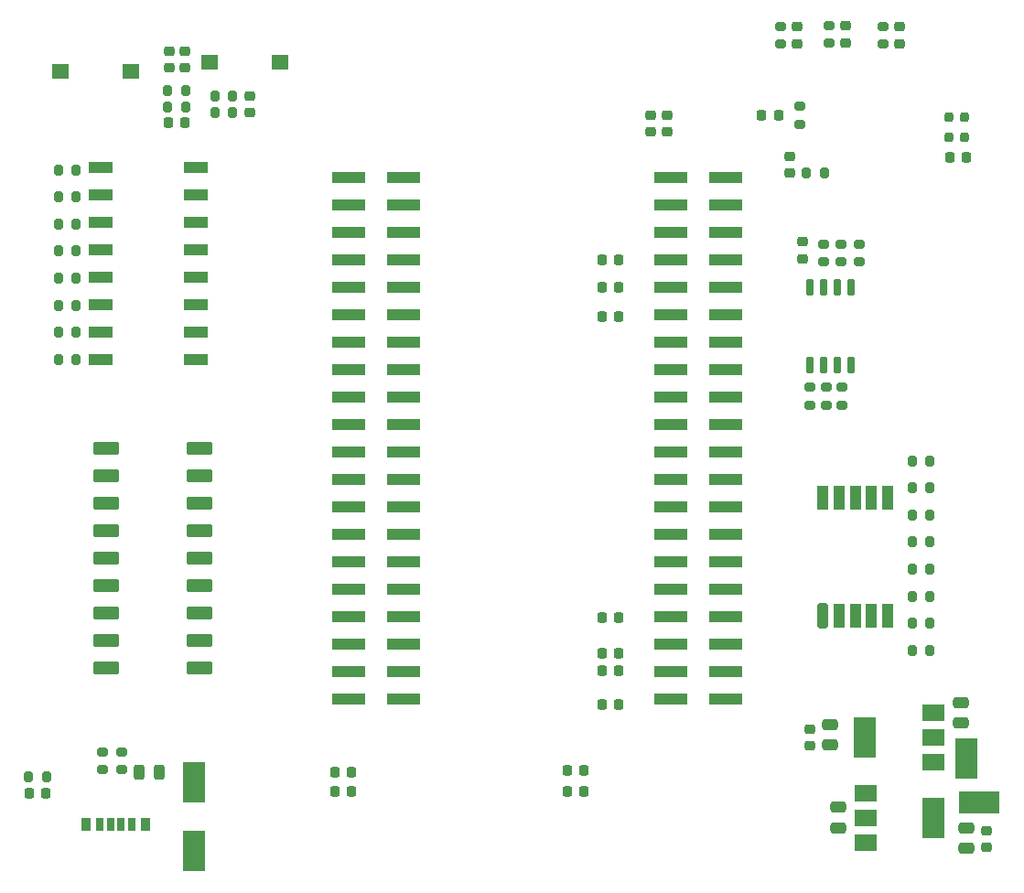
<source format=gbr>
G04 #@! TF.GenerationSoftware,KiCad,Pcbnew,7.0.9-7.0.9~ubuntu22.04.1*
G04 #@! TF.CreationDate,2023-12-06T12:24:42-05:00*
G04 #@! TF.ProjectId,mpw-mb1,6d70772d-6d62-4312-9e6b-696361645f70,2.2.5*
G04 #@! TF.SameCoordinates,PX35e1f20PY8044ea0*
G04 #@! TF.FileFunction,Paste,Top*
G04 #@! TF.FilePolarity,Positive*
%FSLAX46Y46*%
G04 Gerber Fmt 4.6, Leading zero omitted, Abs format (unit mm)*
G04 Created by KiCad (PCBNEW 7.0.9-7.0.9~ubuntu22.04.1) date 2023-12-06 12:24:42*
%MOMM*%
%LPD*%
G01*
G04 APERTURE LIST*
G04 Aperture macros list*
%AMRoundRect*
0 Rectangle with rounded corners*
0 $1 Rounding radius*
0 $2 $3 $4 $5 $6 $7 $8 $9 X,Y pos of 4 corners*
0 Add a 4 corners polygon primitive as box body*
4,1,4,$2,$3,$4,$5,$6,$7,$8,$9,$2,$3,0*
0 Add four circle primitives for the rounded corners*
1,1,$1+$1,$2,$3*
1,1,$1+$1,$4,$5*
1,1,$1+$1,$6,$7*
1,1,$1+$1,$8,$9*
0 Add four rect primitives between the rounded corners*
20,1,$1+$1,$2,$3,$4,$5,0*
20,1,$1+$1,$4,$5,$6,$7,0*
20,1,$1+$1,$6,$7,$8,$9,0*
20,1,$1+$1,$8,$9,$2,$3,0*%
G04 Aperture macros list end*
%ADD10R,2.200000X1.100000*%
%ADD11RoundRect,0.113000X1.107000X0.452000X-1.107000X0.452000X-1.107000X-0.452000X1.107000X-0.452000X0*%
%ADD12RoundRect,0.200000X-0.275000X0.200000X-0.275000X-0.200000X0.275000X-0.200000X0.275000X0.200000X0*%
%ADD13RoundRect,0.225000X0.250000X-0.225000X0.250000X0.225000X-0.250000X0.225000X-0.250000X-0.225000X0*%
%ADD14RoundRect,0.200000X0.275000X-0.200000X0.275000X0.200000X-0.275000X0.200000X-0.275000X-0.200000X0*%
%ADD15RoundRect,0.225000X-0.225000X-0.250000X0.225000X-0.250000X0.225000X0.250000X-0.225000X0.250000X0*%
%ADD16RoundRect,0.250000X0.475000X-0.250000X0.475000X0.250000X-0.475000X0.250000X-0.475000X-0.250000X0*%
%ADD17RoundRect,0.200000X-0.200000X-0.275000X0.200000X-0.275000X0.200000X0.275000X-0.200000X0.275000X0*%
%ADD18RoundRect,0.250000X-0.475000X0.250000X-0.475000X-0.250000X0.475000X-0.250000X0.475000X0.250000X0*%
%ADD19RoundRect,0.150000X0.150000X-0.650000X0.150000X0.650000X-0.150000X0.650000X-0.150000X-0.650000X0*%
%ADD20RoundRect,0.225000X0.225000X0.250000X-0.225000X0.250000X-0.225000X-0.250000X0.225000X-0.250000X0*%
%ADD21RoundRect,0.200000X0.200000X0.275000X-0.200000X0.275000X-0.200000X-0.275000X0.200000X-0.275000X0*%
%ADD22RoundRect,0.225000X-0.250000X0.225000X-0.250000X-0.225000X0.250000X-0.225000X0.250000X0.225000X0*%
%ADD23R,1.500000X1.400000*%
%ADD24R,3.800000X2.000000*%
%ADD25RoundRect,0.200000X0.300000X-0.950000X0.300000X0.950000X-0.300000X0.950000X-0.300000X-0.950000X0*%
%ADD26R,1.000000X2.300000*%
%ADD27R,2.000000X3.800000*%
%ADD28RoundRect,0.243750X-0.243750X-0.456250X0.243750X-0.456250X0.243750X0.456250X-0.243750X0.456250X0*%
%ADD29RoundRect,0.200000X0.200000X0.250000X-0.200000X0.250000X-0.200000X-0.250000X0.200000X-0.250000X0*%
%ADD30R,2.000000X1.500000*%
%ADD31R,3.150000X1.000000*%
%ADD32RoundRect,0.218750X0.256250X-0.218750X0.256250X0.218750X-0.256250X0.218750X-0.256250X-0.218750X0*%
%ADD33R,0.700000X1.150000*%
%ADD34R,0.800000X1.150000*%
%ADD35R,0.900000X1.150000*%
%ADD36RoundRect,0.218750X-0.218750X-0.256250X0.218750X-0.256250X0.218750X0.256250X-0.218750X0.256250X0*%
G04 APERTURE END LIST*
D10*
G04 #@! TO.C,SW4*
X20900000Y66190000D03*
X20900000Y63650000D03*
X20900000Y61110000D03*
X20900000Y58570000D03*
X20900000Y56030000D03*
X20900000Y53490000D03*
X20900000Y50950000D03*
X20900000Y48410000D03*
X12100000Y48410000D03*
X12100000Y50950000D03*
X12100000Y53490000D03*
X12100000Y56030000D03*
X12100000Y58570000D03*
X12100000Y61110000D03*
X12100000Y63650000D03*
X12100000Y66190000D03*
G04 #@! TD*
D11*
G04 #@! TO.C,SW2*
X21200000Y19840000D03*
X21200000Y22380000D03*
X21200000Y24920000D03*
X21200000Y27460000D03*
X21200000Y30000000D03*
X21200000Y32540000D03*
X21200000Y35080000D03*
X21200000Y37620000D03*
X21200000Y40160000D03*
X12600000Y40160000D03*
X12600000Y37620000D03*
X12600000Y35080000D03*
X12600000Y32540000D03*
X12600000Y30000000D03*
X12600000Y27460000D03*
X12600000Y24920000D03*
X12600000Y22380000D03*
X12600000Y19840000D03*
G04 #@! TD*
D12*
G04 #@! TO.C,R13*
X80600000Y59075000D03*
X80600000Y57425000D03*
G04 #@! TD*
D13*
G04 #@! TO.C,C19*
X62960000Y69475000D03*
X62960000Y71025000D03*
G04 #@! TD*
D14*
G04 #@! TO.C,R22*
X84485000Y77575000D03*
X84485000Y79225000D03*
G04 #@! TD*
D15*
G04 #@! TO.C,C21*
X58475000Y55040000D03*
X60025000Y55040000D03*
G04 #@! TD*
D14*
G04 #@! TO.C,R14*
X14070000Y10425000D03*
X14070000Y12075000D03*
G04 #@! TD*
D16*
G04 #@! TO.C,C8*
X80300000Y5050000D03*
X80300000Y6950000D03*
G04 #@! TD*
D17*
G04 #@! TO.C,R5*
X8175000Y58430000D03*
X9825000Y58430000D03*
G04 #@! TD*
D18*
G04 #@! TO.C,C9*
X91700000Y16650000D03*
X91700000Y14750000D03*
G04 #@! TD*
D17*
G04 #@! TO.C,R10*
X22650000Y71287500D03*
X24300000Y71287500D03*
G04 #@! TD*
G04 #@! TO.C,R1*
X8175000Y48390000D03*
X9825000Y48390000D03*
G04 #@! TD*
D15*
G04 #@! TO.C,C22*
X58475000Y19640000D03*
X60025000Y19640000D03*
G04 #@! TD*
D14*
G04 #@! TO.C,R16*
X80700000Y44175000D03*
X80700000Y45825000D03*
G04 #@! TD*
G04 #@! TO.C,R25*
X74985000Y77575000D03*
X74985000Y79225000D03*
G04 #@! TD*
G04 #@! TO.C,R19*
X79200000Y44175000D03*
X79200000Y45825000D03*
G04 #@! TD*
D19*
G04 #@! TO.C,U1*
X77695000Y47900000D03*
X78965000Y47900000D03*
X80235000Y47900000D03*
X81505000Y47900000D03*
X81505000Y55100000D03*
X80235000Y55100000D03*
X78965000Y55100000D03*
X77695000Y55100000D03*
G04 #@! TD*
D17*
G04 #@! TO.C,R9*
X8175000Y65960000D03*
X9825000Y65960000D03*
G04 #@! TD*
D13*
G04 #@! TO.C,C14*
X19900000Y75400000D03*
X19900000Y76950000D03*
G04 #@! TD*
D20*
G04 #@! TO.C,C2*
X35275000Y8400000D03*
X33725000Y8400000D03*
G04 #@! TD*
D21*
G04 #@! TO.C,R28*
X88825000Y34017142D03*
X87175000Y34017142D03*
G04 #@! TD*
G04 #@! TO.C,R26*
X88825000Y39028570D03*
X87175000Y39028570D03*
G04 #@! TD*
D22*
G04 #@! TO.C,C27*
X75800000Y67175000D03*
X75800000Y65625000D03*
G04 #@! TD*
D17*
G04 #@! TO.C,R3*
X8175000Y53410000D03*
X9825000Y53410000D03*
G04 #@! TD*
D15*
G04 #@! TO.C,C7*
X18325000Y70300000D03*
X19875000Y70300000D03*
G04 #@! TD*
D12*
G04 #@! TO.C,R18*
X82300000Y59075000D03*
X82300000Y57425000D03*
G04 #@! TD*
D20*
G04 #@! TO.C,C16*
X60025000Y21250000D03*
X58475000Y21250000D03*
G04 #@! TD*
D23*
G04 #@! TO.C,SW3*
X8350000Y75100000D03*
X14850000Y75100000D03*
G04 #@! TD*
D12*
G04 #@! TO.C,R17*
X79000000Y59075000D03*
X79000000Y57425000D03*
G04 #@! TD*
D21*
G04 #@! TO.C,R21*
X19925000Y71800000D03*
X18275000Y71800000D03*
G04 #@! TD*
D20*
G04 #@! TO.C,C5*
X92175000Y67100000D03*
X90625000Y67100000D03*
G04 #@! TD*
D24*
G04 #@! TO.C,TP7*
X93400000Y7400000D03*
G04 #@! TD*
D22*
G04 #@! TO.C,C6*
X77000000Y59295000D03*
X77000000Y57745000D03*
G04 #@! TD*
D21*
G04 #@! TO.C,R7*
X24300000Y72787500D03*
X22650000Y72787500D03*
G04 #@! TD*
D13*
G04 #@! TO.C,C23*
X64500000Y69475000D03*
X64500000Y71025000D03*
G04 #@! TD*
D16*
G04 #@! TO.C,C11*
X79600000Y12750000D03*
X79600000Y14650000D03*
G04 #@! TD*
D15*
G04 #@! TO.C,C3*
X33725000Y10200000D03*
X35275000Y10200000D03*
G04 #@! TD*
D17*
G04 #@! TO.C,R20*
X18275000Y73300000D03*
X19925000Y73300000D03*
G04 #@! TD*
D14*
G04 #@! TO.C,R15*
X12250000Y10425000D03*
X12250000Y12075000D03*
G04 #@! TD*
D17*
G04 #@! TO.C,R2*
X8175000Y50900000D03*
X9825000Y50900000D03*
G04 #@! TD*
D12*
G04 #@! TO.C,R34*
X76750000Y71825000D03*
X76750000Y70175000D03*
G04 #@! TD*
D21*
G04 #@! TO.C,R32*
X88825000Y23994286D03*
X87175000Y23994286D03*
G04 #@! TD*
D25*
G04 #@! TO.C,U5*
X78905000Y24708570D03*
D26*
X80405000Y24708570D03*
X81905000Y24708570D03*
X83405000Y24708570D03*
X84905000Y24708570D03*
X84905000Y35608570D03*
X83405000Y35608570D03*
X81905000Y35608570D03*
X80405000Y35608570D03*
X78905000Y35608570D03*
G04 #@! TD*
D27*
G04 #@! TO.C,TP8*
X92200000Y11500000D03*
G04 #@! TD*
D21*
G04 #@! TO.C,R27*
X88825000Y36522856D03*
X87175000Y36522856D03*
G04 #@! TD*
G04 #@! TO.C,R31*
X88825000Y26500000D03*
X87175000Y26500000D03*
G04 #@! TD*
D15*
G04 #@! TO.C,C18*
X58475000Y57640000D03*
X60025000Y57640000D03*
G04 #@! TD*
D28*
G04 #@! TO.C,F1*
X15662500Y10200000D03*
X17537500Y10200000D03*
G04 #@! TD*
D22*
G04 #@! TO.C,C12*
X94000000Y4775000D03*
X94000000Y3225000D03*
G04 #@! TD*
D14*
G04 #@! TO.C,R12*
X77700000Y44175000D03*
X77700000Y45825000D03*
G04 #@! TD*
D15*
G04 #@! TO.C,C25*
X58475000Y16500000D03*
X60025000Y16500000D03*
G04 #@! TD*
G04 #@! TO.C,C17*
X58475000Y52340000D03*
X60025000Y52340000D03*
G04 #@! TD*
D29*
G04 #@! TO.C,X1*
X92025000Y68965000D03*
X92025000Y70815000D03*
X90575000Y70815000D03*
X90575000Y68965000D03*
G04 #@! TD*
D15*
G04 #@! TO.C,C26*
X55225000Y10400000D03*
X56775000Y10400000D03*
G04 #@! TD*
D21*
G04 #@! TO.C,R11*
X7075000Y9750000D03*
X5425000Y9750000D03*
G04 #@! TD*
D13*
G04 #@! TO.C,C15*
X18400000Y75400000D03*
X18400000Y76950000D03*
G04 #@! TD*
D30*
G04 #@! TO.C,U3*
X89100000Y11100000D03*
X89100000Y13400000D03*
D27*
X82800000Y13400000D03*
D30*
X89100000Y15700000D03*
G04 #@! TD*
D23*
G04 #@! TO.C,SW1*
X22150000Y75900000D03*
X28650000Y75900000D03*
G04 #@! TD*
D20*
G04 #@! TO.C,C4*
X7025000Y8250000D03*
X5475000Y8250000D03*
G04 #@! TD*
D14*
G04 #@! TO.C,R23*
X79485000Y77675000D03*
X79485000Y79325000D03*
G04 #@! TD*
D30*
G04 #@! TO.C,U2*
X82850000Y8300000D03*
X82850000Y6000000D03*
D27*
X89150000Y6000000D03*
D30*
X82850000Y3700000D03*
G04 #@! TD*
D21*
G04 #@! TO.C,R29*
X88825000Y31511428D03*
X87175000Y31511428D03*
G04 #@! TD*
G04 #@! TO.C,R33*
X88825000Y21488570D03*
X87175000Y21488570D03*
G04 #@! TD*
G04 #@! TO.C,R24*
X79025000Y65700000D03*
X77375000Y65700000D03*
G04 #@! TD*
D17*
G04 #@! TO.C,R6*
X8175000Y60940000D03*
X9825000Y60940000D03*
G04 #@! TD*
D31*
G04 #@! TO.C,J7*
X69900000Y17020000D03*
X64850000Y17020000D03*
X69900000Y19560000D03*
X64850000Y19560000D03*
X69900000Y22100000D03*
X64850000Y22100000D03*
X69900000Y24640000D03*
X64850000Y24640000D03*
X69900000Y27180000D03*
X64850000Y27180000D03*
X69900000Y29720000D03*
X64850000Y29720000D03*
X69900000Y32260000D03*
X64850000Y32260000D03*
X69900000Y34800000D03*
X64850000Y34800000D03*
X69900000Y37340000D03*
X64850000Y37340000D03*
X69900000Y39880000D03*
X64850000Y39880000D03*
X69900000Y42420000D03*
X64850000Y42420000D03*
X69900000Y44960000D03*
X64850000Y44960000D03*
X69900000Y47500000D03*
X64850000Y47500000D03*
X69900000Y50040000D03*
X64850000Y50040000D03*
X69900000Y52580000D03*
X64850000Y52580000D03*
X69900000Y55120000D03*
X64850000Y55120000D03*
X69900000Y57660000D03*
X64850000Y57660000D03*
X69900000Y60200000D03*
X64850000Y60200000D03*
X69900000Y62740000D03*
X64850000Y62740000D03*
X69900000Y65280000D03*
X64850000Y65280000D03*
X40100000Y17020000D03*
X35050000Y17020000D03*
X40100000Y19560000D03*
X35050000Y19560000D03*
X40100000Y22100000D03*
X35050000Y22100000D03*
X40100000Y24640000D03*
X35050000Y24640000D03*
X40100000Y27180000D03*
X35050000Y27180000D03*
X40100000Y29720000D03*
X35050000Y29720000D03*
X40100000Y32260000D03*
X35050000Y32260000D03*
X40100000Y34800000D03*
X35050000Y34800000D03*
X40100000Y37340000D03*
X35050000Y37340000D03*
X40100000Y39880000D03*
X35050000Y39880000D03*
X40100000Y42420000D03*
X35050000Y42420000D03*
X40100000Y44960000D03*
X35050000Y44960000D03*
X40100000Y47500000D03*
X35050000Y47500000D03*
X40100000Y50040000D03*
X35050000Y50040000D03*
X40100000Y52580000D03*
X35050000Y52580000D03*
X40100000Y55120000D03*
X35050000Y55120000D03*
X40100000Y57660000D03*
X35050000Y57660000D03*
X40100000Y60200000D03*
X35050000Y60200000D03*
X40100000Y62740000D03*
X35050000Y62740000D03*
X40100000Y65280000D03*
X35050000Y65280000D03*
G04 #@! TD*
D17*
G04 #@! TO.C,R8*
X8175000Y63450000D03*
X9825000Y63450000D03*
G04 #@! TD*
D32*
G04 #@! TO.C,D2*
X81000000Y77712500D03*
X81000000Y79287500D03*
G04 #@! TD*
D21*
G04 #@! TO.C,R30*
X88825000Y29005714D03*
X87175000Y29005714D03*
G04 #@! TD*
D13*
G04 #@! TO.C,C13*
X77700000Y12675000D03*
X77700000Y14225000D03*
G04 #@! TD*
D33*
G04 #@! TO.C,J6*
X12980000Y5405000D03*
D34*
X15000000Y5405000D03*
D35*
X16230000Y5405000D03*
D33*
X13980000Y5405000D03*
D34*
X11960000Y5405000D03*
D35*
X10730000Y5405000D03*
G04 #@! TD*
D27*
G04 #@! TO.C,TP5*
X20750000Y2900000D03*
G04 #@! TD*
D20*
G04 #@! TO.C,C24*
X56775000Y8400000D03*
X55225000Y8400000D03*
G04 #@! TD*
D32*
G04 #@! TO.C,D3*
X76485000Y77612500D03*
X76485000Y79187500D03*
G04 #@! TD*
G04 #@! TO.C,D1*
X85985000Y77612500D03*
X85985000Y79187500D03*
G04 #@! TD*
D18*
G04 #@! TO.C,C10*
X92200000Y5050000D03*
X92200000Y3150000D03*
G04 #@! TD*
D36*
G04 #@! TO.C,D4*
X73212500Y71000000D03*
X74787500Y71000000D03*
G04 #@! TD*
D17*
G04 #@! TO.C,R4*
X8175000Y55920000D03*
X9825000Y55920000D03*
G04 #@! TD*
D22*
G04 #@! TO.C,C1*
X25875000Y72762500D03*
X25875000Y71212500D03*
G04 #@! TD*
D27*
G04 #@! TO.C,TP6*
X20750000Y9250000D03*
G04 #@! TD*
D15*
G04 #@! TO.C,C20*
X58475000Y24540000D03*
X60025000Y24540000D03*
G04 #@! TD*
M02*

</source>
